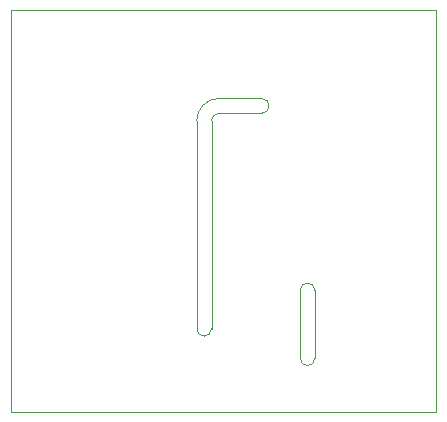
<source format=gbr>
G04 #@! TF.GenerationSoftware,KiCad,Pcbnew,(5.1.0)-1*
G04 #@! TF.CreationDate,2019-06-01T21:15:29-04:00*
G04 #@! TF.ProjectId,power,706f7765-722e-46b6-9963-61645f706362,rev?*
G04 #@! TF.SameCoordinates,Original*
G04 #@! TF.FileFunction,Profile,NP*
%FSLAX46Y46*%
G04 Gerber Fmt 4.6, Leading zero omitted, Abs format (unit mm)*
G04 Created by KiCad (PCBNEW (5.1.0)-1) date 2019-06-01 21:15:29*
%MOMM*%
%LPD*%
G04 APERTURE LIST*
%ADD10C,0.050000*%
G04 APERTURE END LIST*
D10*
X96500000Y-56250000D02*
X97500000Y-56250000D01*
X97500000Y-55000000D02*
X96500000Y-55000000D01*
X93875000Y-56250000D02*
X96500000Y-56250000D01*
X96500000Y-55000000D02*
X93875000Y-55000000D01*
X92000000Y-56875000D02*
G75*
G02X93875000Y-55000000I1875000J0D01*
G01*
X93250000Y-56875000D02*
G75*
G02X93875000Y-56250000I625000J0D01*
G01*
X100750000Y-71250000D02*
X100750000Y-77000000D01*
X102000000Y-77000000D02*
X102000000Y-71250000D01*
X102000000Y-77000000D02*
G75*
G02X100750000Y-77000000I-625000J0D01*
G01*
X100750000Y-71250000D02*
G75*
G02X102000000Y-71250000I625000J0D01*
G01*
X97500000Y-55000000D02*
G75*
G02X97500000Y-56250000I0J-625000D01*
G01*
X93250000Y-74500000D02*
G75*
G02X92000000Y-74500000I-625000J0D01*
G01*
X92000000Y-56875000D02*
X92000000Y-74500000D01*
X93250000Y-74500000D02*
X93250000Y-56875000D01*
X76268000Y-81516000D02*
X112268000Y-81516000D01*
X76268000Y-47516000D02*
X76268000Y-81516000D01*
X112268000Y-47516000D02*
X76268000Y-47516000D01*
X112268000Y-81516000D02*
X112268000Y-47516000D01*
M02*

</source>
